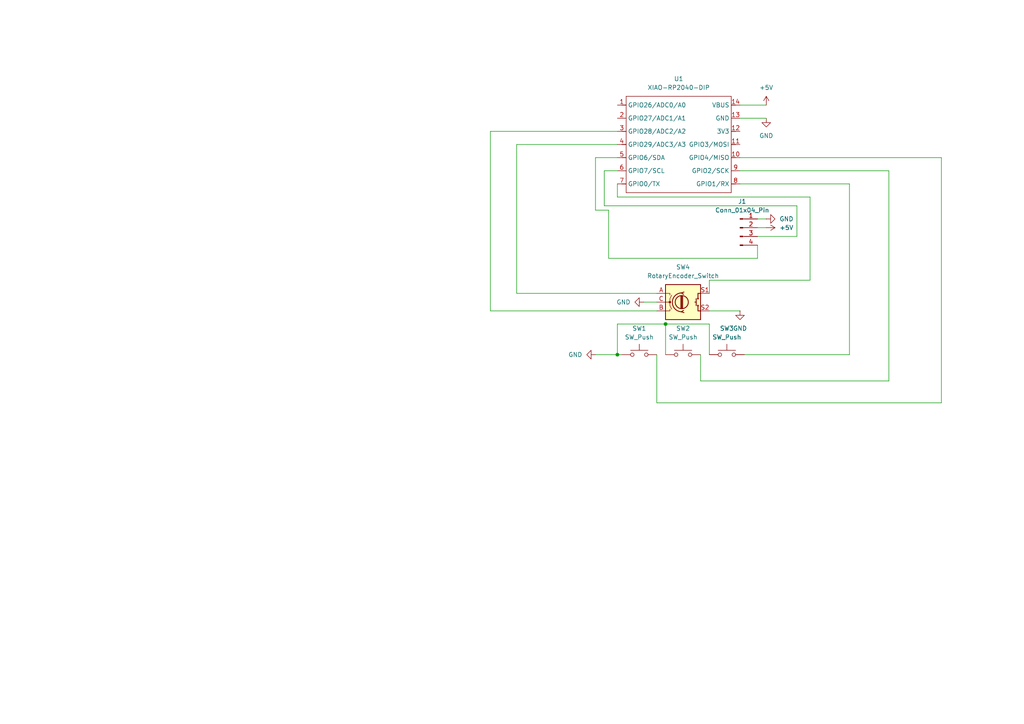
<source format=kicad_sch>
(kicad_sch (version 20250114) (generator "eeschema") (generator_version "9.0")
  (paper "A4")
  (lib_symbols
    (symbol "Connector:Conn_01x04_Pin" (pin_names (offset 1.016) (hide yes))
      (property "Reference" "J" (at 0 5.08 0))
      (property "Value" "Conn_01x04_Pin" (at 0 -7.62 0))
      (symbol "Conn_01x04_Pin_1_1"
        (rectangle (start 0.8636 2.667) (end 0 2.413) (stroke (width 0.1524)) (fill (type outline)))
        (rectangle (start 0.8636 0.127) (end 0 -0.127) (stroke (width 0.1524)) (fill (type outline)))
        (rectangle (start 0.8636 -2.413) (end 0 -2.667) (stroke (width 0.1524)) (fill (type outline)))
        (rectangle (start 0.8636 -4.953) (end 0 -5.207) (stroke (width 0.1524)) (fill (type outline)))
        (polyline (pts (xy 1.27 2.54) (xy 0.8636 2.54)) (stroke (width 0.1524)))
        (polyline (pts (xy 1.27 0) (xy 0.8636 0)) (stroke (width 0.1524)))
        (polyline (pts (xy 1.27 -2.54) (xy 0.8636 -2.54)) (stroke (width 0.1524)))
        (polyline (pts (xy 1.27 -5.08) (xy 0.8636 -5.08)) (stroke (width 0.1524)))
        (pin passive line (at 5.08 2.54 180) (length 3.81) (name "Pin_1") (number "1"))
        (pin passive line (at 5.08 0 180) (length 3.81) (name "Pin_2") (number "2"))
        (pin passive line (at 5.08 -2.54 180) (length 3.81) (name "Pin_3") (number "3"))
        (pin passive line (at 5.08 -5.08 180) (length 3.81) (name "Pin_4") (number "4"))
      )
    )
    (symbol "Device:RotaryEncoder_Switch" (pin_names (offset 0.254) (hide yes))
      (property "Reference" "SW" (at 0 6.604 0))
      (property "Value" "RotaryEncoder_Switch" (at 0 -6.604 0))
      (symbol "RotaryEncoder_Switch_0_1"
        (rectangle (start -5.08 5.08) (end 5.08 -5.08) (stroke (width 0.254)) (fill (type background)))
        (polyline (pts (xy -5.08 2.54) (xy -3.81 2.54) (xy -3.81 2.032)))
        (polyline (pts (xy -5.08 0) (xy -3.81 0) (xy -3.81 -1.016) (xy -3.302 -2.032)))
        (polyline (pts (xy -5.08 -2.54) (xy -3.81 -2.54) (xy -3.81 -2.032)))
        (polyline (pts (xy -4.318 0) (xy -3.81 0) (xy -3.81 1.016) (xy -3.302 2.032)))
        (circle (center -3.81 0) (radius 0.254) (fill (type outline)))
        (polyline (pts (xy -0.635 -1.778) (xy -0.635 1.778)) (stroke (width 0.254)))
        (circle (center -0.381 0) (radius 1.905) (stroke (width 0.254)))
        (polyline (pts (xy -0.381 -1.778) (xy -0.381 1.778)) (stroke (width 0.254)))
        (arc (start -0.381 -2.794) (mid -3.0988 -0.0635) (end -0.381 2.667) (stroke (width 0.254)))
        (polyline (pts (xy -0.127 1.778) (xy -0.127 -1.778)) (stroke (width 0.254)))
        (polyline (pts (xy 0.254 2.921) (xy -0.508 2.667) (xy 0.127 2.286)) (stroke (width 0.254)))
        (polyline (pts (xy 0.254 -3.048) (xy -0.508 -2.794) (xy 0.127 -2.413)) (stroke (width 0.254)))
        (polyline (pts (xy 3.81 1.016) (xy 3.81 -1.016)) (stroke (width 0.254)))
        (polyline (pts (xy 3.81 0) (xy 3.429 0)) (stroke (width 0.254)))
        (circle (center 4.318 1.016) (radius 0.127) (stroke (width 0.254)))
        (circle (center 4.318 -1.016) (radius 0.127) (stroke (width 0.254)))
        (polyline (pts (xy 5.08 2.54) (xy 4.318 2.54) (xy 4.318 1.016)) (stroke (width 0.254)))
        (polyline (pts (xy 5.08 -2.54) (xy 4.318 -2.54) (xy 4.318 -1.016)) (stroke (width 0.254)))
      )
      (symbol "RotaryEncoder_Switch_1_1"
        (pin passive line (at -7.62 2.54 0) (length 2.54) (name "A") (number "A"))
        (pin passive line (at -7.62 0 0) (length 2.54) (name "C") (number "C"))
        (pin passive line (at -7.62 -2.54 0) (length 2.54) (name "B") (number "B"))
        (pin passive line (at 7.62 2.54 180) (length 2.54) (name "S1") (number "S1"))
        (pin passive line (at 7.62 -2.54 180) (length 2.54) (name "S2") (number "S2"))
      )
    )
    (symbol "Switch:SW_Push" (pin_numbers (hide yes)) (pin_names (offset 1.016) (hide yes))
      (property "Reference" "SW" (at 1.27 2.54 0))
      (property "Value" "SW_Push" (at 0 -1.524 0))
      (symbol "SW_Push_0_1"
        (circle (center -2.032 0) (radius 0.508))
        (polyline (pts (xy 0 1.27) (xy 0 3.048)))
        (circle (center 2.032 0) (radius 0.508))
        (polyline (pts (xy 2.54 1.27) (xy -2.54 1.27)))
        (pin passive line (at -5.08 0 0) (length 2.54) (name "1") (number "1"))
        (pin passive line (at 5.08 0 180) (length 2.54) (name "2") (number "2"))
      )
    )
    (symbol "XIAOSymbs:XIAO-RP2040-DIP"
      (property "Reference" "U" (at 0 0 0))
      (property "Value" "XIAO-RP2040-DIP" (at 5.334 -1.778 0))
      (symbol "XIAO-RP2040-DIP_1_0"
        (polyline (pts (xy -1.27 -2.54) (xy 29.21 -2.54)) (stroke (width 0.1524)))
        (polyline (pts (xy -1.27 -5.08) (xy -2.54 -5.08)) (stroke (width 0.1524)))
        (polyline (pts (xy -1.27 -5.08) (xy -1.27 -2.54)) (stroke (width 0.1524)))
        (polyline (pts (xy -1.27 -8.89) (xy -2.54 -8.89)) (stroke (width 0.1524)))
        (polyline (pts (xy -1.27 -8.89) (xy -1.27 -5.08)) (stroke (width 0.1524)))
        (polyline (pts (xy -1.27 -12.7) (xy -2.54 -12.7)) (stroke (width 0.1524)))
        (polyline (pts (xy -1.27 -12.7) (xy -1.27 -8.89)) (stroke (width 0.1524)))
        (polyline (pts (xy -1.27 -16.51) (xy -2.54 -16.51)) (stroke (width 0.1524)))
        (polyline (pts (xy -1.27 -16.51) (xy -1.27 -12.7)) (stroke (width 0.1524)))
        (polyline (pts (xy -1.27 -20.32) (xy -2.54 -20.32)) (stroke (width 0.1524)))
        (polyline (pts (xy -1.27 -24.13) (xy -2.54 -24.13)) (stroke (width 0.1524)))
        (polyline (pts (xy -1.27 -27.94) (xy -2.54 -27.94)) (stroke (width 0.1524)))
        (polyline (pts (xy -1.27 -30.48) (xy -1.27 -16.51)) (stroke (width 0.1524)))
        (polyline (pts (xy 29.21 -2.54) (xy 29.21 -5.08)) (stroke (width 0.1524)))
        (polyline (pts (xy 29.21 -5.08) (xy 29.21 -8.89)) (stroke (width 0.1524)))
        (polyline (pts (xy 29.21 -8.89) (xy 29.21 -12.7)) (stroke (width 0.1524)))
        (polyline (pts (xy 29.21 -12.7) (xy 29.21 -30.48)) (stroke (width 0.1524)))
        (polyline (pts (xy 29.21 -30.48) (xy -1.27 -30.48)) (stroke (width 0.1524)))
        (polyline (pts (xy 30.48 -5.08) (xy 29.21 -5.08)) (stroke (width 0.1524)))
        (polyline (pts (xy 30.48 -8.89) (xy 29.21 -8.89)) (stroke (width 0.1524)))
        (polyline (pts (xy 30.48 -12.7) (xy 29.21 -12.7)) (stroke (width 0.1524)))
        (polyline (pts (xy 30.48 -16.51) (xy 29.21 -16.51)) (stroke (width 0.1524)))
        (polyline (pts (xy 30.48 -20.32) (xy 29.21 -20.32)) (stroke (width 0.1524)))
        (polyline (pts (xy 30.48 -24.13) (xy 29.21 -24.13)) (stroke (width 0.1524)))
        (polyline (pts (xy 30.48 -27.94) (xy 29.21 -27.94)) (stroke (width 0.1524)))
        (pin passive line (at -3.81 -5.08 0) (length 2.54) (name "GPIO26/ADC0/A0") (number "1"))
        (pin passive line (at -3.81 -8.89 0) (length 2.54) (name "GPIO27/ADC1/A1") (number "2"))
        (pin passive line (at -3.81 -12.7 0) (length 2.54) (name "GPIO28/ADC2/A2") (number "3"))
        (pin passive line (at -3.81 -16.51 0) (length 2.54) (name "GPIO29/ADC3/A3") (number "4"))
        (pin passive line (at -3.81 -20.32 0) (length 2.54) (name "GPIO6/SDA") (number "5"))
        (pin passive line (at -3.81 -24.13 0) (length 2.54) (name "GPIO7/SCL") (number "6"))
        (pin passive line (at -3.81 -27.94 0) (length 2.54) (name "GPIO0/TX") (number "7"))
        (pin passive line (at 31.75 -5.08 180) (length 2.54) (name "VBUS") (number "14"))
        (pin passive line (at 31.75 -8.89 180) (length 2.54) (name "GND") (number "13"))
        (pin passive line (at 31.75 -12.7 180) (length 2.54) (name "3V3") (number "12"))
        (pin passive line (at 31.75 -16.51 180) (length 2.54) (name "GPIO3/MOSI") (number "11"))
        (pin passive line (at 31.75 -20.32 180) (length 2.54) (name "GPIO4/MISO") (number "10"))
        (pin passive line (at 31.75 -24.13 180) (length 2.54) (name "GPIO2/SCK") (number "9"))
        (pin passive line (at 31.75 -27.94 180) (length 2.54) (name "GPIO1/RX") (number "8"))
      )
    )
    (symbol "power:+5V" (power) (pin_numbers (hide yes)) (pin_names (offset 0) (hide yes))
      (property "Value" "+5V" (at 0 3.556 0))
      (symbol "+5V_0_1"
        (polyline (pts (xy -0.762 1.27) (xy 0 2.54)))
        (polyline (pts (xy 0 2.54) (xy 0.762 1.27)))
        (polyline (pts (xy 0 0) (xy 0 2.54)))
      )
      (symbol "+5V_1_1"
        (pin power_in line (at 0 0 90) (length 0) (name "~") (number "1"))
      )
    )
    (symbol "power:GND" (power) (pin_numbers (hide yes)) (pin_names (offset 0) (hide yes))
      (property "Value" "GND" (at 0 -3.81 0))
      (symbol "GND_0_1"
        (polyline (pts (xy 0 0) (xy 0 -1.27) (xy 1.27 -1.27) (xy 0 -2.54) (xy -1.27 -1.27) (xy 0 -1.27)))
      )
      (symbol "GND_1_1"
        (pin power_in line (at 0 0 270) (length 0) (name "~") (number "1"))
      )
    )
  )
  (junction (at 179.07 102.87))
  (junction (at 193.04 93.98))
  (wire (pts (xy 190.5 85.09) (xy 149.86 85.09)))
  (wire (pts (xy 190.5 102.87) (xy 190.5 116.84)))
  (wire (pts (xy 149.86 41.91) (xy 179.07 41.91)))
  (wire (pts (xy 231.14 68.58) (xy 231.14 59.69)))
  (wire (pts (xy 179.07 53.34) (xy 179.07 57.15)))
  (wire (pts (xy 205.74 90.17) (xy 214.63 90.17)))
  (wire (pts (xy 214.63 34.29) (xy 222.25 34.29)))
  (wire (pts (xy 205.74 81.28) (xy 205.74 85.09)))
  (wire (pts (xy 190.5 90.17) (xy 142.24 90.17)))
  (wire (pts (xy 142.24 90.17) (xy 142.24 38.1)))
  (wire (pts (xy 246.38 53.34) (xy 214.63 53.34)))
  (wire (pts (xy 142.24 38.1) (xy 179.07 38.1)))
  (wire (pts (xy 180.34 102.87) (xy 179.07 102.87)))
  (wire (pts (xy 219.71 68.58) (xy 231.14 68.58)))
  (wire (pts (xy 231.14 59.69) (xy 175.26 59.69)))
  (wire (pts (xy 219.71 74.93) (xy 176.53 74.93)))
  (wire (pts (xy 203.2 102.87) (xy 203.2 110.49)))
  (wire (pts (xy 234.95 81.28) (xy 205.74 81.28)))
  (wire (pts (xy 246.38 102.87) (xy 246.38 53.34)))
  (wire (pts (xy 172.72 45.72) (xy 179.07 45.72)))
  (wire (pts (xy 219.71 66.04) (xy 222.25 66.04)))
  (wire (pts (xy 214.63 45.72) (xy 273.05 45.72)))
  (wire (pts (xy 257.81 49.53) (xy 214.63 49.53)))
  (wire (pts (xy 215.9 102.87) (xy 246.38 102.87)))
  (wire (pts (xy 179.07 57.15) (xy 234.95 57.15)))
  (wire (pts (xy 172.72 102.87) (xy 179.07 102.87)))
  (wire (pts (xy 205.74 102.87) (xy 205.74 93.98)))
  (wire (pts (xy 234.95 57.15) (xy 234.95 81.28)))
  (wire (pts (xy 186.69 87.63) (xy 190.5 87.63)))
  (wire (pts (xy 203.2 110.49) (xy 257.81 110.49)))
  (wire (pts (xy 175.26 49.53) (xy 179.07 49.53)))
  (wire (pts (xy 149.86 85.09) (xy 149.86 41.91)))
  (wire (pts (xy 193.04 102.87) (xy 193.04 93.98)))
  (wire (pts (xy 176.53 74.93) (xy 176.53 60.96)))
  (wire (pts (xy 257.81 110.49) (xy 257.81 49.53)))
  (wire (pts (xy 193.04 93.98) (xy 179.07 93.98)))
  (wire (pts (xy 205.74 93.98) (xy 193.04 93.98)))
  (wire (pts (xy 219.71 63.5) (xy 222.25 63.5)))
  (wire (pts (xy 214.63 30.48) (xy 222.25 30.48)))
  (wire (pts (xy 175.26 59.69) (xy 175.26 49.53)))
  (wire (pts (xy 190.5 116.84) (xy 273.05 116.84)))
  (wire (pts (xy 273.05 116.84) (xy 273.05 45.72)))
  (wire (pts (xy 176.53 60.96) (xy 172.72 60.96)))
  (wire (pts (xy 179.07 93.98) (xy 179.07 102.87)))
  (wire (pts (xy 172.72 60.96) (xy 172.72 45.72)))
  (wire (pts (xy 219.71 71.12) (xy 219.71 74.93)))
  (symbol (lib_id "power:GND") (at 172.72 102.87 270) (unit 1)
    (property "Reference" "#PWR05" (effects (hide yes)))
    (property "Value" "GND" (at 168.91 102.8699 90) (effects (justify right)))
    (property "Description" "Power symbol creates a global label with name \"GND\" , ground" (effects (hide yes)))
  )
  (symbol (lib_id "power:GND") (at 186.69 87.63 270) (unit 1)
    (property "Reference" "#PWR07" (effects (hide yes)))
    (property "Value" "GND" (at 182.88 87.6299 90) (effects (justify right)))
    (property "Description" "Power symbol creates a global label with name \"GND\" , ground" (effects (hide yes)))
  )
  (symbol (lib_id "Switch:SW_Push") (at 198.12 102.87 0) (unit 1)
    (property "Reference" "SW2" (at 198.12 95.25 0))
    (property "Value" "SW_Push" (at 198.12 97.79 0))
    (property "Footprint" "Button_Switch_Keyboard:SW_Cherry_MX_1.00u_PCB" (effects (hide yes)))
    (property "Description" "Push button switch, generic, two pins" (effects (hide yes)))
  )
  (symbol (lib_id "Switch:SW_Push") (at 210.82 102.87 0) (unit 1)
    (property "Reference" "SW3" (at 210.82 95.25 0))
    (property "Value" "SW_Push" (at 210.82 97.79 0))
    (property "Footprint" "Button_Switch_Keyboard:SW_Cherry_MX_1.00u_PCB" (effects (hide yes)))
    (property "Description" "Push button switch, generic, two pins" (effects (hide yes)))
  )
  (symbol (lib_id "Switch:SW_Push") (at 185.42 102.87 0) (unit 1)
    (property "Reference" "SW1" (at 185.42 95.25 0))
    (property "Value" "SW_Push" (at 185.42 97.79 0))
    (property "Footprint" "Button_Switch_Keyboard:SW_Cherry_MX_1.00u_PCB" (effects (hide yes)))
    (property "Description" "Push button switch, generic, two pins" (effects (hide yes)))
  )
  (symbol (lib_id "Connector:Conn_01x04_Pin") (at 214.63 66.04 0) (unit 1)
    (property "Reference" "J1" (at 215.265 58.42 0))
    (property "Value" "Conn_01x04_Pin" (at 215.265 60.96 0))
    (property "Footprint" "SSD1333:SSD1306-0.91-OLED-4pin-128x32" (effects (hide yes)))
    (property "Description" "Generic connector, single row, 01x04, script generated" (effects (hide yes)))
  )
  (symbol (lib_id "power:GND") (at 214.63 90.17 0) (unit 1)
    (property "Reference" "#PWR06" (effects (hide yes)))
    (property "Value" "GND" (at 214.63 95.25 0))
    (property "Description" "Power symbol creates a global label with name \"GND\" , ground" (effects (hide yes)))
  )
  (symbol (lib_id "XIAOSymbs:XIAO-RP2040-DIP") (at 182.88 25.4 0) (unit 1)
    (property "Reference" "U1" (at 196.85 22.86 0))
    (property "Value" "XIAO-RP2040-DIP" (at 196.85 25.4 0))
    (property "Footprint" "HACKPADLIB:XIAO-RP2040-DIP" (effects (hide yes)))
  )
  (symbol (lib_id "Device:RotaryEncoder_Switch") (at 198.12 87.63 0) (unit 1)
    (property "Reference" "SW4" (at 198.12 77.47 0))
    (property "Value" "RotaryEncoder_Switch" (at 198.12 80.01 0))
    (property "Footprint" "HACKPADLIB:RotaryEncoder_Alps_EC11E-Switch_Vertical_H20mm" (effects (hide yes)))
    (property "Description" "Rotary encoder, dual channel, incremental quadrate outputs, with switch" (effects (hide yes)))
  )
  (symbol (lib_id "power:GND") (at 222.25 63.5 90) (unit 1)
    (property "Reference" "#PWR02" (effects (hide yes)))
    (property "Value" "GND" (at 226.06 63.4999 90) (effects (justify right)))
    (property "Description" "Power symbol creates a global label with name \"GND\" , ground" (effects (hide yes)))
  )
  (symbol (lib_id "power:GND") (at 222.25 34.29 0) (unit 1)
    (property "Reference" "#PWR03" (effects (hide yes)))
    (property "Value" "GND" (at 222.25 39.37 0))
    (property "Description" "Power symbol creates a global label with name \"GND\" , ground" (effects (hide yes)))
  )
  (symbol (lib_id "power:+5V") (at 222.25 66.04 270) (unit 1)
    (property "Reference" "#PWR01" (effects (hide yes)))
    (property "Value" "+5V" (at 226.06 66.0399 90) (effects (justify left)))
    (property "Description" "Power symbol creates a global label with name \"+5V\"" (effects (hide yes)))
  )
  (symbol (lib_id "power:+5V") (at 222.25 30.48 0) (unit 1)
    (property "Reference" "#PWR04" (effects (hide yes)))
    (property "Value" "+5V" (at 222.25 25.4 0))
    (property "Description" "Power symbol creates a global label with name \"+5V\"" (effects (hide yes)))
  )
)
</source>
